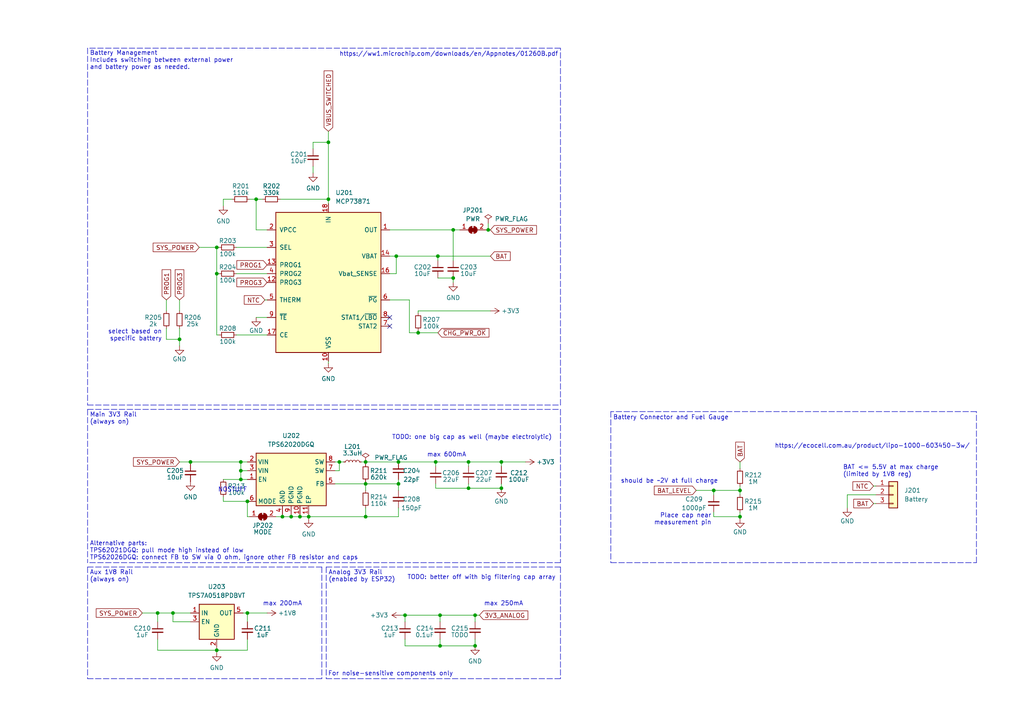
<source format=kicad_sch>
(kicad_sch (version 20211123) (generator eeschema)
  (paper "A4")
  (title_block (date "2022-09-04") (rev "1"))
  (lib_symbols
    (symbol "Battery_Management:MCP73871" (pin_names (offset 1.016))
      (property "Reference" "U" (at -7.62 24.13 0))
      (property "Value" "MCP73871" (at -15.24 21.59 0))
      (symbol "MCP73871_0_1"
        (rectangle (start -15.24 20.32) (end 15.24 -20.32) (stroke (width 0.254)) (fill (type background)))
      )
      (symbol "MCP73871_1_1"
        (pin power_out line (at 17.78 15.24 180) (length 2.54) (name "OUT") (number "1"))
        (pin power_in line (at 0 -22.86 90) (length 2.54) (name "VSS") (number "10"))
        (pin passive line (at 0 -22.86 90) (length 2.54) hide (name "VSS") (number "11"))
        (pin bidirectional line (at -17.78 0 0) (length 2.54) (name "PROG3") (number "12"))
        (pin bidirectional line (at -17.78 5.08 0) (length 2.54) (name "PROG1") (number "13"))
        (pin power_out line (at 17.78 7.62 180) (length 2.54) (name "VBAT") (number "14"))
        (pin passive line (at 17.78 7.62 180) (length 2.54) hide (name "VBAT") (number "15"))
        (pin input line (at 17.78 2.54 180) (length 2.54) (name "Vbat_SENSE") (number "16"))
        (pin input line (at -17.78 -15.24 0) (length 2.54) (name "CE") (number "17"))
        (pin power_in line (at 0 22.86 270) (length 2.54) (name "IN") (number "18"))
        (pin passive line (at 0 22.86 270) (length 2.54) hide (name "IN") (number "19"))
        (pin input line (at -17.78 15.24 0) (length 2.54) (name "VPCC") (number "2"))
        (pin passive line (at 17.78 15.24 180) (length 2.54) hide (name "OUT") (number "20"))
        (pin passive line (at 0 -22.86 90) (length 2.54) hide (name "VSS") (number "21"))
        (pin input line (at -17.78 10.16 0) (length 2.54) (name "SEL") (number "3"))
        (pin input line (at -17.78 2.54 0) (length 2.54) (name "PROG2") (number "4"))
        (pin bidirectional line (at -17.78 -5.08 0) (length 2.54) (name "THERM") (number "5"))
        (pin open_collector line (at 17.78 -5.08 180) (length 2.54) (name "~{PG}") (number "6"))
        (pin open_collector line (at 17.78 -12.7 180) (length 2.54) (name "STAT2") (number "7"))
        (pin open_collector line (at 17.78 -10.16 180) (length 2.54) (name "STAT1/~{LBO}") (number "8"))
        (pin input line (at -17.78 -10.16 0) (length 2.54) (name "~{TE}") (number "9"))
      )
    )
    (symbol "Connector_Generic:Conn_01x03" (pin_names (offset 1.016) hide)
      (property "Reference" "J" (at 0 5.08 0))
      (property "Value" "Conn_01x03" (at 0 -5.08 0))
      (symbol "Conn_01x03_1_1"
        (rectangle (start -1.27 -2.413) (end 0 -2.667) (stroke (width 0.1524)))
        (rectangle (start -1.27 0.127) (end 0 -0.127) (stroke (width 0.1524)))
        (rectangle (start -1.27 2.667) (end 0 2.413) (stroke (width 0.1524)))
        (rectangle (start -1.27 3.81) (end 1.27 -3.81) (stroke (width 0.254)) (fill (type background)))
        (pin passive line (at -5.08 2.54 0) (length 3.81) (name "Pin_1") (number "1"))
        (pin passive line (at -5.08 0 0) (length 3.81) (name "Pin_2") (number "2"))
        (pin passive line (at -5.08 -2.54 0) (length 3.81) (name "Pin_3") (number "3"))
      )
    )
    (symbol "Device:C_Small" (pin_numbers hide) (pin_names (offset 0.254) hide)
      (property "Reference" "C" (at 0.254 1.778 0))
      (property "Value" "C_Small" (at 0.254 -2.032 0))
      (symbol "C_Small_0_1"
        (polyline (pts (xy -1.524 -0.508) (xy 1.524 -0.508)) (stroke (width 0.3302)))
        (polyline (pts (xy -1.524 0.508) (xy 1.524 0.508)) (stroke (width 0.3048)))
      )
      (symbol "C_Small_1_1"
        (pin passive line (at 0 2.54 270) (length 2.032) (name "~") (number "1"))
        (pin passive line (at 0 -2.54 90) (length 2.032) (name "~") (number "2"))
      )
    )
    (symbol "Device:L_Small" (pin_numbers hide) (pin_names (offset 0.254) hide)
      (property "Reference" "L" (at 0.762 1.016 0))
      (property "Value" "L_Small" (at 0.762 -1.016 0))
      (symbol "L_Small_0_1"
        (arc (start 0 -2.032) (mid 0.508 -1.524) (end 0 -1.016))
        (arc (start 0 -1.016) (mid 0.508 -0.508) (end 0 0))
        (arc (start 0 0) (mid 0.508 0.508) (end 0 1.016))
        (arc (start 0 1.016) (mid 0.508 1.524) (end 0 2.032))
      )
      (symbol "L_Small_1_1"
        (pin passive line (at 0 2.54 270) (length 0.508) (name "~") (number "1"))
        (pin passive line (at 0 -2.54 90) (length 0.508) (name "~") (number "2"))
      )
    )
    (symbol "Device:R_Small" (pin_numbers hide) (pin_names (offset 0.254) hide)
      (property "Reference" "R" (at 0.762 0.508 0))
      (property "Value" "R_Small" (at 0.762 -1.016 0))
      (symbol "R_Small_0_1"
        (rectangle (start -0.762 1.778) (end 0.762 -1.778) (stroke (width 0.2032)))
      )
      (symbol "R_Small_1_1"
        (pin passive line (at 0 2.54 270) (length 0.762) (name "~") (number "1"))
        (pin passive line (at 0 -2.54 90) (length 0.762) (name "~") (number "2"))
      )
    )
    (symbol "Jumper:SolderJumper_2_Bridged" (pin_names (offset 0) hide)
      (property "Reference" "JP" (at 0 2.032 0))
      (property "Value" "SolderJumper_2_Bridged" (at 0 -2.54 0))
      (symbol "SolderJumper_2_Bridged_0_1"
        (rectangle (start -0.508 0.508) (end 0.508 -0.508) (fill (type outline)))
        (arc (start -0.254 1.016) (mid -1.27 0) (end -0.254 -1.016))
        (arc (start -0.254 1.016) (mid -1.27 0) (end -0.254 -1.016) (fill (type outline)))
        (polyline (pts (xy -0.254 1.016) (xy -0.254 -1.016)))
        (polyline (pts (xy 0.254 1.016) (xy 0.254 -1.016)))
        (arc (start 0.254 -1.016) (mid 1.27 0) (end 0.254 1.016))
        (arc (start 0.254 -1.016) (mid 1.27 0) (end 0.254 1.016) (fill (type outline)))
      )
      (symbol "SolderJumper_2_Bridged_1_1"
        (pin passive line (at -3.81 0 0) (length 2.54) (name "A") (number "1"))
        (pin passive line (at 3.81 0 180) (length 2.54) (name "B") (number "2"))
      )
    )
    (symbol "Regulator_Linear:TPS7A0518PDBV"
      (property "Reference" "U" (at -3.81 6.35 0))
      (property "Value" "TPS7A0518PDBV" (at 6.35 6.35 0))
      (symbol "TPS7A0518PDBV_0_1"
        (rectangle (start -5.08 -5.08) (end 5.08 5.08) (stroke (width 0.254)) (fill (type background)))
        (pin power_in line (at -7.62 2.54 0) (length 2.54) (name "IN") (number "1"))
        (pin power_in line (at 0 -7.62 90) (length 2.54) (name "GND") (number "2"))
        (pin input line (at -7.62 0 0) (length 2.54) (name "EN") (number "3"))
        (pin no_connect line (at 5.08 0 180) (length 2.54) hide (name "NC") (number "4"))
        (pin power_out line (at 7.62 2.54 180) (length 2.54) (name "OUT") (number "5"))
      )
    )
    (symbol "power:+1V8" (power) (pin_names (offset 0))
      (property "Value" "+1V8" (at 0 3.556 0))
      (symbol "+1V8_0_1"
        (polyline (pts (xy -0.762 1.27) (xy 0 2.54)))
        (polyline (pts (xy 0 0) (xy 0 2.54)))
        (polyline (pts (xy 0 2.54) (xy 0.762 1.27)))
      )
      (symbol "+1V8_1_1"
        (pin power_in line (at 0 0 90) (length 0) hide (name "+1V8") (number "1"))
      )
    )
    (symbol "power:+3V3" (power) (pin_names (offset 0))
      (property "Value" "+3V3" (at 0 3.556 0))
      (symbol "+3V3_0_1"
        (polyline (pts (xy -0.762 1.27) (xy 0 2.54)))
        (polyline (pts (xy 0 0) (xy 0 2.54)))
        (polyline (pts (xy 0 2.54) (xy 0.762 1.27)))
      )
      (symbol "+3V3_1_1"
        (pin power_in line (at 0 0 90) (length 0) hide (name "+3V3") (number "1"))
      )
    )
    (symbol "power:GND" (power) (pin_names (offset 0))
      (property "Value" "GND" (at 0 -3.81 0))
      (symbol "GND_0_1"
        (polyline (pts (xy 0 0) (xy 0 -1.27) (xy 1.27 -1.27) (xy 0 -2.54) (xy -1.27 -1.27) (xy 0 -1.27)))
      )
      (symbol "GND_1_1"
        (pin power_in line (at 0 0 270) (length 0) hide (name "GND") (number "1"))
      )
    )
    (symbol "power:PWR_FLAG" (power) (pin_numbers hide) (pin_names (offset 0) hide)
      (property "Value" "PWR_FLAG" (at 0 3.81 0))
      (symbol "PWR_FLAG_0_0"
        (pin power_out line (at 0 0 90) (length 0) (name "pwr") (number "1"))
      )
      (symbol "PWR_FLAG_0_1"
        (polyline (pts (xy 0 0) (xy 0 1.27) (xy -1.016 1.905) (xy 0 2.54) (xy 1.016 1.905) (xy 0 1.27)))
      )
    )
    (symbol "symbols:TPS62026"
      (property "Reference" "U" (at 0 3.81 0))
      (property "Value" "TPS62026" (at 0 6.35 0))
      (symbol "TPS62026_0_0"
        (pin power_in line (at 2.54 -10.16 90) (length 2.54) (name "PGND") (number "10"))
        (pin power_in line (at 5.08 -10.16 90) (length 2.54) (name "EP") (number "11"))
      )
      (symbol "TPS62026_1_1"
        (rectangle (start -10.16 7.62) (end 10.16 -7.62) (stroke (width 0.254)) (fill (type background)))
        (pin input line (at -12.7 0 0) (length 2.54) (name "EN") (number "1"))
        (pin power_in line (at -12.7 5.08 0) (length 2.54) (name "VIN") (number "2"))
        (pin input line (at -12.7 2.54 0) (length 2.54) (name "VIN") (number "3"))
        (pin input line (at -2.54 -10.16 90) (length 2.54) (name "GND") (number "4"))
        (pin open_collector line (at 12.7 -1.27 180) (length 2.54) (name "FB") (number "5"))
        (pin open_collector line (at -12.7 -6.35 0) (length 2.54) (name "MODE") (number "6"))
        (pin power_out line (at 12.7 2.54 180) (length 2.54) (name "SW") (number "7"))
        (pin power_in line (at 12.7 5.08 180) (length 2.54) (name "SW") (number "8"))
        (pin power_in line (at 0 -10.16 90) (length 2.54) (name "PGND") (number "9"))
      )
    )
  )
  (junction (at 106.045 149.86))
  (junction (at 214.63 142.24))
  (junction (at 135.89 141.605))
  (junction (at 89.535 149.86))
  (junction (at 84.455 149.86))
  (junction (at 145.415 133.985))
  (junction (at 145.415 141.605))
  (junction (at 114.935 74.295))
  (junction (at 121.285 96.52))
  (junction (at 135.89 133.985))
  (junction (at 50.165 177.8))
  (junction (at 106.045 140.335))
  (junction (at 98.425 133.985))
  (junction (at 69.85 139.065))
  (junction (at 69.85 133.985))
  (junction (at 115.57 140.335))
  (junction (at 214.63 149.86))
  (junction (at 69.85 136.525))
  (junction (at 207.01 142.24))
  (junction (at 126.365 133.985))
  (junction (at 62.865 79.375))
  (junction (at 55.245 133.985))
  (junction (at 141.605 66.675))
  (junction (at 71.755 145.415))
  (junction (at 127 74.295))
  (junction (at 95.25 41.275))
  (junction (at 137.795 178.435))
  (junction (at 86.995 149.86))
  (junction (at 95.25 57.785))
  (junction (at 127.635 187.325))
  (junction (at 127.635 178.435))
  (junction (at 117.475 178.435))
  (junction (at 62.865 71.755))
  (junction (at 45.72 177.8))
  (junction (at 81.915 149.86))
  (junction (at 74.295 57.785))
  (junction (at 115.57 133.985))
  (junction (at 62.865 188.595))
  (junction (at 131.445 66.675))
  (junction (at 137.795 187.325))
  (junction (at 71.755 177.8))
  (junction (at 131.445 80.645))
  (junction (at 106.045 133.985))
  (junction (at 52.07 98.425))
  (no_connect (at 113.03 92.075))
  (no_connect (at 113.03 94.615))
  (polyline (pts (xy 162.56 13.97) (xy 25.4 13.97)))
  (wire (pts (xy 126.365 135.255) (xy 126.365 133.985)))
  (wire (pts (xy 115.57 147.32) (xy 115.57 149.86)))
  (wire (pts (xy 207.01 143.51) (xy 207.01 142.24)))
  (wire (pts (xy 131.445 75.565) (xy 131.445 66.675)))
  (polyline (pts (xy 25.4 164.465) (xy 25.4 196.85)))
  (wire (pts (xy 140.97 66.675) (xy 141.605 66.675)))
  (wire (pts (xy 67.31 57.785) (xy 64.77 57.785)))
  (wire (pts (xy 126.365 133.985) (xy 135.89 133.985)))
  (wire (pts (xy 55.245 180.34) (xy 50.165 180.34)))
  (polyline (pts (xy 25.4 118.745) (xy 25.4 163.195)))
  (wire (pts (xy 135.89 140.335) (xy 135.89 141.605)))
  (wire (pts (xy 64.77 145.415) (xy 71.755 145.415)))
  (wire (pts (xy 55.245 133.985) (xy 69.85 133.985)))
  (wire (pts (xy 81.28 57.785) (xy 95.25 57.785)))
  (polyline (pts (xy 162.56 118.745) (xy 162.56 163.195)))
  (wire (pts (xy 86.995 149.86) (xy 89.535 149.86)))
  (wire (pts (xy 201.93 142.24) (xy 207.01 142.24)))
  (wire (pts (xy 118.745 96.52) (xy 121.285 96.52)))
  (wire (pts (xy 214.63 133.985) (xy 214.63 135.89)))
  (wire (pts (xy 74.295 66.675) (xy 74.295 57.785)))
  (wire (pts (xy 117.475 178.435) (xy 127.635 178.435)))
  (wire (pts (xy 106.045 149.86) (xy 89.535 149.86)))
  (wire (pts (xy 137.795 178.435) (xy 139.065 178.435)))
  (wire (pts (xy 52.07 98.425) (xy 52.07 100.33)))
  (wire (pts (xy 62.865 71.755) (xy 63.5 71.755)))
  (wire (pts (xy 62.865 97.155) (xy 62.865 79.375)))
  (wire (pts (xy 77.47 66.675) (xy 74.295 66.675)))
  (wire (pts (xy 127.635 185.42) (xy 127.635 187.325)))
  (wire (pts (xy 77.47 177.8) (xy 71.755 177.8)))
  (wire (pts (xy 71.755 139.065) (xy 69.85 139.065)))
  (wire (pts (xy 117.475 187.325) (xy 127.635 187.325)))
  (polyline (pts (xy 94.615 164.465) (xy 162.56 164.465)))
  (wire (pts (xy 135.89 133.985) (xy 145.415 133.985)))
  (wire (pts (xy 52.07 95.25) (xy 52.07 98.425)))
  (wire (pts (xy 69.85 133.985) (xy 71.755 133.985)))
  (wire (pts (xy 253.365 140.97) (xy 254 140.97)))
  (wire (pts (xy 254 143.51) (xy 245.745 143.51)))
  (wire (pts (xy 71.755 149.86) (xy 72.39 149.86)))
  (wire (pts (xy 71.755 185.42) (xy 71.755 188.595)))
  (wire (pts (xy 62.865 189.23) (xy 62.865 188.595)))
  (wire (pts (xy 106.045 133.985) (xy 115.57 133.985)))
  (wire (pts (xy 114.935 74.295) (xy 127 74.295)))
  (wire (pts (xy 55.245 133.985) (xy 55.245 134.62)))
  (wire (pts (xy 77.47 97.155) (xy 68.58 97.155)))
  (wire (pts (xy 115.57 139.065) (xy 115.57 140.335)))
  (wire (pts (xy 214.63 150.495) (xy 214.63 149.86)))
  (wire (pts (xy 74.295 92.075) (xy 77.47 92.075)))
  (wire (pts (xy 214.63 149.86) (xy 214.63 148.59)))
  (wire (pts (xy 135.89 133.985) (xy 135.89 135.255)))
  (wire (pts (xy 141.605 64.77) (xy 141.605 66.675)))
  (polyline (pts (xy 25.4 117.475) (xy 162.56 117.475)))
  (polyline (pts (xy 94.615 164.465) (xy 94.615 196.85)))
  (wire (pts (xy 106.045 134.62) (xy 106.045 133.985)))
  (wire (pts (xy 95.25 105.41) (xy 95.25 104.775)))
  (wire (pts (xy 127 74.295) (xy 127 75.565)))
  (polyline (pts (xy 283.21 163.195) (xy 283.21 119.38)))
  (wire (pts (xy 57.785 71.755) (xy 62.865 71.755)))
  (polyline (pts (xy 177.165 163.195) (xy 283.21 163.195)))
  (wire (pts (xy 115.57 140.335) (xy 106.045 140.335)))
  (polyline (pts (xy 25.4 13.97) (xy 25.4 117.475)))
  (wire (pts (xy 81.915 149.86) (xy 84.455 149.86)))
  (wire (pts (xy 117.475 180.34) (xy 117.475 178.435)))
  (wire (pts (xy 76.835 86.995) (xy 77.47 86.995)))
  (wire (pts (xy 64.77 139.065) (xy 69.85 139.065)))
  (wire (pts (xy 86.995 149.225) (xy 86.995 149.86)))
  (wire (pts (xy 131.445 66.675) (xy 133.35 66.675)))
  (wire (pts (xy 89.535 149.86) (xy 89.535 150.495)))
  (wire (pts (xy 50.165 177.8) (xy 55.245 177.8)))
  (wire (pts (xy 71.755 145.415) (xy 71.755 149.86)))
  (wire (pts (xy 69.85 136.525) (xy 69.85 139.065)))
  (wire (pts (xy 50.165 180.34) (xy 50.165 177.8)))
  (wire (pts (xy 121.285 96.52) (xy 127 96.52)))
  (polyline (pts (xy 93.345 164.465) (xy 93.345 196.85)))
  (wire (pts (xy 131.445 81.915) (xy 131.445 80.645)))
  (wire (pts (xy 116.205 178.435) (xy 117.475 178.435)))
  (wire (pts (xy 64.77 57.785) (xy 64.77 59.69)))
  (wire (pts (xy 95.25 41.275) (xy 95.25 57.785)))
  (wire (pts (xy 106.045 147.32) (xy 106.045 149.86)))
  (wire (pts (xy 113.03 86.995) (xy 118.745 86.995)))
  (wire (pts (xy 98.425 133.985) (xy 97.155 133.985)))
  (wire (pts (xy 71.755 188.595) (xy 62.865 188.595)))
  (wire (pts (xy 90.805 43.18) (xy 90.805 41.275)))
  (wire (pts (xy 98.425 136.525) (xy 98.425 133.985)))
  (wire (pts (xy 114.935 79.375) (xy 114.935 74.295)))
  (wire (pts (xy 118.745 86.995) (xy 118.745 96.52)))
  (wire (pts (xy 80.01 149.86) (xy 81.915 149.86)))
  (polyline (pts (xy 162.56 163.195) (xy 25.4 163.195)))
  (wire (pts (xy 52.07 86.995) (xy 52.07 90.17)))
  (wire (pts (xy 245.745 143.51) (xy 245.745 147.32)))
  (wire (pts (xy 126.365 141.605) (xy 126.365 140.335)))
  (wire (pts (xy 68.58 79.375) (xy 77.47 79.375)))
  (wire (pts (xy 41.275 177.8) (xy 45.72 177.8)))
  (wire (pts (xy 126.365 141.605) (xy 135.89 141.605)))
  (polyline (pts (xy 177.165 119.38) (xy 177.165 163.195)))
  (wire (pts (xy 45.72 177.8) (xy 50.165 177.8)))
  (wire (pts (xy 207.01 149.86) (xy 214.63 149.86)))
  (wire (pts (xy 99.695 133.985) (xy 98.425 133.985)))
  (polyline (pts (xy 162.56 164.465) (xy 162.56 196.85)))
  (wire (pts (xy 95.25 57.785) (xy 95.25 59.055)))
  (wire (pts (xy 64.77 145.415) (xy 64.77 144.145)))
  (wire (pts (xy 84.455 149.86) (xy 86.995 149.86)))
  (wire (pts (xy 214.63 142.24) (xy 214.63 140.97)))
  (wire (pts (xy 127.635 178.435) (xy 127.635 180.34)))
  (wire (pts (xy 71.755 136.525) (xy 69.85 136.525)))
  (wire (pts (xy 45.72 180.34) (xy 45.72 177.8)))
  (wire (pts (xy 145.415 133.985) (xy 152.4 133.985)))
  (wire (pts (xy 127.635 178.435) (xy 137.795 178.435)))
  (wire (pts (xy 45.72 185.42) (xy 45.72 188.595)))
  (wire (pts (xy 113.03 79.375) (xy 114.935 79.375)))
  (wire (pts (xy 48.26 95.25) (xy 48.26 98.425)))
  (wire (pts (xy 90.805 41.275) (xy 95.25 41.275)))
  (wire (pts (xy 74.295 57.785) (xy 76.2 57.785)))
  (wire (pts (xy 214.63 143.51) (xy 214.63 142.24)))
  (polyline (pts (xy 162.56 196.85) (xy 94.615 196.85)))
  (polyline (pts (xy 162.56 117.475) (xy 162.56 13.97)))
  (wire (pts (xy 90.805 48.26) (xy 90.805 50.165)))
  (polyline (pts (xy 283.21 119.38) (xy 177.165 119.38)))
  (wire (pts (xy 127.635 187.325) (xy 137.795 187.325)))
  (wire (pts (xy 71.755 180.34) (xy 71.755 177.8)))
  (wire (pts (xy 127 74.295) (xy 142.24 74.295)))
  (wire (pts (xy 89.535 149.225) (xy 89.535 149.86)))
  (wire (pts (xy 84.455 149.225) (xy 84.455 149.86)))
  (polyline (pts (xy 93.345 196.85) (xy 25.4 196.85)))
  (wire (pts (xy 97.155 140.335) (xy 106.045 140.335)))
  (wire (pts (xy 115.57 133.985) (xy 126.365 133.985)))
  (wire (pts (xy 106.045 140.335) (xy 106.045 142.24)))
  (wire (pts (xy 253.365 146.05) (xy 254 146.05)))
  (wire (pts (xy 81.915 149.225) (xy 81.915 149.86)))
  (wire (pts (xy 63.5 79.375) (xy 62.865 79.375)))
  (wire (pts (xy 115.57 140.335) (xy 115.57 142.24)))
  (wire (pts (xy 113.03 66.675) (xy 131.445 66.675)))
  (wire (pts (xy 48.26 98.425) (xy 52.07 98.425)))
  (wire (pts (xy 106.045 133.985) (xy 104.775 133.985)))
  (wire (pts (xy 45.72 188.595) (xy 62.865 188.595)))
  (polyline (pts (xy 25.4 164.465) (xy 93.345 164.465)))
  (wire (pts (xy 106.045 140.335) (xy 106.045 139.7)))
  (wire (pts (xy 69.85 136.525) (xy 69.85 133.985)))
  (wire (pts (xy 145.415 140.335) (xy 145.415 141.605)))
  (wire (pts (xy 63.5 97.155) (xy 62.865 97.155)))
  (wire (pts (xy 137.795 178.435) (xy 137.795 180.34)))
  (wire (pts (xy 115.57 149.86) (xy 106.045 149.86)))
  (wire (pts (xy 121.285 90.17) (xy 142.24 90.17)))
  (wire (pts (xy 121.285 95.885) (xy 121.285 96.52)))
  (wire (pts (xy 127 80.645) (xy 131.445 80.645)))
  (wire (pts (xy 62.865 188.595) (xy 62.865 187.96)))
  (wire (pts (xy 141.605 66.675) (xy 142.24 66.675)))
  (wire (pts (xy 97.155 136.525) (xy 98.425 136.525)))
  (wire (pts (xy 68.58 71.755) (xy 77.47 71.755)))
  (wire (pts (xy 95.25 38.1) (xy 95.25 41.275)))
  (wire (pts (xy 207.01 148.59) (xy 207.01 149.86)))
  (polyline (pts (xy 25.4 118.745) (xy 162.56 118.745)))
  (wire (pts (xy 48.26 86.995) (xy 48.26 90.17)))
  (wire (pts (xy 72.39 57.785) (xy 74.295 57.785)))
  (wire (pts (xy 117.475 185.42) (xy 117.475 187.325)))
  (wire (pts (xy 145.415 133.985) (xy 145.415 135.255)))
  (wire (pts (xy 207.01 142.24) (xy 214.63 142.24)))
  (wire (pts (xy 135.89 141.605) (xy 145.415 141.605)))
  (wire (pts (xy 62.865 71.755) (xy 62.865 79.375)))
  (wire (pts (xy 137.795 185.42) (xy 137.795 187.325)))
  (wire (pts (xy 71.755 177.8) (xy 70.485 177.8)))
  (wire (pts (xy 113.03 74.295) (xy 114.935 74.295)))
  (wire (pts (xy 121.285 90.17) (xy 121.285 90.805)))
  (wire (pts (xy 52.07 133.985) (xy 55.245 133.985)))
  (text "Place cap near\nmeasurement pin" (at 206.375 152.4 180) (effects (font (size 1.27 1.27)) (justify right bottom)))
  (text "TODO: one big cap as well (maybe electrolytic)" (at 113.665 127.635 0) (effects (font (size 1.27 1.27)) (justify left bottom)))
  (text "https://ecocell.com.au/product/lipo-1000-603450-3w/" (at 281.305 130.175 0) (effects (font (size 1.27 1.27)) (justify right bottom)))
  (text "Aux 1V8 Rail\n(always on)" (at 26.035 168.91 0) (effects (font (size 1.27 1.27)) (justify left bottom)))
  (text "max 600mA" (at 123.825 132.715 0) (effects (font (size 1.27 1.27)) (justify left bottom)))
  (text "https://ww1.microchip.com/downloads/en/Appnotes/01260B.pdf" (at 161.925 16.51 0) (effects (font (size 1.27 1.27)) (justify right bottom)))
  (text "TODO: better off with big filtering cap array" (at 118.11 168.275 0) (effects (font (size 1.27 1.27)) (justify left bottom)))
  (text "Battery Connector and Fuel Gauge" (at 177.8 121.92 0) (effects (font (size 1.27 1.27)) (justify left bottom)))
  (text "Main 3V3 Rail\n(always on)" (at 26.035 123.19 0) (effects (font (size 1.27 1.27)) (justify left bottom)))
  (text "max 250mA" (at 140.335 175.895 0) (effects (font (size 1.27 1.27)) (justify left bottom)))
  (text "should be ~2V at full charge" (at 208.28 140.335 180) (effects (font (size 1.27 1.27)) (justify right bottom)))
  (text "Battery Management\nIncludes switching between external power\nand battery power as needed." (at 26.035 20.32 0) (effects (font (size 1.27 1.27)) (justify left bottom)))
  (text "max 200mA" (at 76.2 175.895 0) (effects (font (size 1.27 1.27)) (justify left bottom)))
  (text "NOSTUFF" (at 71.755 142.875 180) (effects (font (size 1.27 1.27)) (justify right bottom)))
  (text "For noise-sensitive components only" (at 131.445 196.215 180) (effects (font (size 1.27 1.27)) (justify right bottom)))
  (text "select based on\nspecific battery" (at 46.99 99.06 180) (effects (font (size 1.27 1.27)) (justify right bottom)))
  (text "Analog 3V3 Rail\n(enabled by ESP32)" (at 95.25 168.91 0) (effects (font (size 1.27 1.27)) (justify left bottom)))
  (text "Alternative parts:\nTPS62021DGQ: pull mode high instead of low\nTPS62026DGQ: connect FB to SW via 0 ohm, ignore other FB resistor and caps" (at 26.035 162.56 0) (effects (font (size 1.27 1.27)) (justify left bottom)))
  (text "BAT <= 5.5V at max charge\n(limited by 1V8 reg)" (at 244.475 138.43 0) (effects (font (size 1.27 1.27)) (justify left bottom)))
  (global_label "~{CHG_PWR_OK}" (shape input) (at 127 96.52 0) (property "Intersheet References" "${INTERSHEET_REFS}" (effects hide)))
  (global_label "BAT" (shape input) (at 253.365 146.05 180) (property "Intersheet References" "${INTERSHEET_REFS}" (effects hide)))
  (global_label "PROG3" (shape input) (at 52.07 86.995 90) (property "Intersheet References" "${INTERSHEET_REFS}" (effects hide)))
  (global_label "SYS_POWER" (shape input) (at 142.24 66.675 0) (property "Intersheet References" "${INTERSHEET_REFS}" (effects hide)))
  (global_label "PROG3" (shape input) (at 77.47 81.915 180) (property "Intersheet References" "${INTERSHEET_REFS}" (effects hide)))
  (global_label "PROG1" (shape input) (at 48.26 86.995 90) (property "Intersheet References" "${INTERSHEET_REFS}" (effects hide)))
  (global_label "SYS_POWER" (shape input) (at 52.07 133.985 180) (property "Intersheet References" "${INTERSHEET_REFS}" (effects hide)))
  (global_label "NTC" (shape input) (at 76.835 86.995 180) (property "Intersheet References" "${INTERSHEET_REFS}" (effects hide)))
  (global_label "BAT" (shape input) (at 214.63 133.985 90) (property "Intersheet References" "${INTERSHEET_REFS}" (effects hide)))
  (global_label "3V3_ANALOG" (shape input) (at 139.065 178.435 0) (property "Intersheet References" "${INTERSHEET_REFS}" (effects hide)))
  (global_label "VBUS_SWITCHED" (shape input) (at 95.25 38.1 90) (property "Intersheet References" "${INTERSHEET_REFS}" (effects hide)))
  (global_label "SYS_POWER" (shape input) (at 41.275 177.8 180) (property "Intersheet References" "${INTERSHEET_REFS}" (effects hide)))
  (global_label "SYS_POWER" (shape input) (at 57.785 71.755 180) (property "Intersheet References" "${INTERSHEET_REFS}" (effects hide)))
  (global_label "BAT" (shape input) (at 142.24 74.295 0) (property "Intersheet References" "${INTERSHEET_REFS}" (effects hide)))
  (global_label "PROG1" (shape input) (at 77.47 76.835 180) (property "Intersheet References" "${INTERSHEET_REFS}" (effects hide)))
  (global_label "BAT_LEVEL" (shape input) (at 201.93 142.24 180) (property "Intersheet References" "${INTERSHEET_REFS}" (effects hide)))
  (global_label "NTC" (shape input) (at 253.365 140.97 180) (property "Intersheet References" "${INTERSHEET_REFS}" (effects hide)))
  (symbol (lib_id "Device:R_Small") (at 66.04 71.755 90) (unit 1)
    (property "Reference" "R203" (at 66.04 69.85 90))
    (property "Value" "100k" (at 66.04 73.66 90))
    (property "Footprint" "Resistor_SMD:R_0603_1608Metric" (effects hide))
    (property "PN" "RC0603JR-10100KL" (effects hide))
  )
  (symbol (lib_id "Device:C_Small") (at 45.72 182.88 0) (unit 1)
    (property "Reference" "C210" (at 41.275 182.245 0))
    (property "Value" "1uF" (at 41.275 184.15 0))
    (property "Footprint" "Capacitor_SMD:C_0805_2012Metric" (effects hide))
    (property "PN" "EMK212BJ105KG-T" (effects hide))
  )
  (symbol (lib_id "Device:R_Small") (at 214.63 146.05 0) (unit 1)
    (property "Reference" "R215" (at 218.44 145.415 0))
    (property "Value" "1M" (at 218.44 147.32 0))
    (property "Footprint" "Resistor_SMD:R_0603_1608Metric" (effects hide))
    (property "PN" "AC0603FR-131ML" (effects hide))
  )
  (symbol (lib_id "Device:C_Small") (at 126.365 137.795 0) (unit 1)
    (property "Reference" "C206" (at 130.81 137.16 0))
    (property "Value" "22uF" (at 130.81 139.065 0))
    (property "Footprint" "Capacitor_SMD:C_1206_3216Metric" (effects hide))
    (property "PN" "CL31A226MOCLNNC" (effects hide))
  )
  (symbol (lib_id "power:+3V3") (at 152.4 133.985 270) (unit 1)
    (property "Reference" "#PWR0207" (effects hide))
    (property "Value" "+3V3" (at 155.575 133.9849 90) (effects (justify left)))
  )
  (symbol (lib_id "Regulator_Linear:TPS7A0518PDBV") (at 62.865 180.34 0) (unit 1)
    (property "Reference" "U203" (at 62.865 170.18 0))
    (property "Value" "TPS7A0518PDBVT" (at 62.865 172.72 0))
    (property "Footprint" "Package_TO_SOT_SMD:SOT-23-5" (effects hide))
    (property "Datasheet" "https://www.ti.com/lit/ds/symlink/tps7a05.pdf" (effects hide))
    (property "PN" "TPS7A0518PDBVT" (effects hide))
  )
  (symbol (lib_id "Device:C_Small") (at 55.245 137.16 0) (unit 1)
    (property "Reference" "C205" (at 50.8 136.525 0))
    (property "Value" "10uF" (at 50.8 138.43 0))
    (property "Footprint" "Capacitor_SMD:C_0805_2012Metric" (effects hide))
    (property "PN" "EMK212ABJ106KG-T" (effects hide))
  )
  (symbol (lib_id "Device:R_Small") (at 66.04 97.155 90) (unit 1)
    (property "Reference" "R208" (at 66.04 95.25 90))
    (property "Value" "100k" (at 66.04 99.06 90))
    (property "Footprint" "Resistor_SMD:R_0603_1608Metric" (effects hide))
    (property "PN" "RC0603JR-10100KL" (effects hide))
  )
  (symbol (lib_id "Device:C_Small") (at 137.795 182.88 0) (unit 1)
    (property "Reference" "C215" (at 133.35 182.245 0))
    (property "Value" "TODO" (at 133.35 184.15 0))
    (property "Footprint" "Capacitor_SMD:C_0805_2012Metric" (effects hide))
  )
  (symbol (lib_id "Device:C_Small") (at 71.755 182.88 0) (mirror y) (unit 1)
    (property "Reference" "C211" (at 76.2 182.245 0))
    (property "Value" "1uF" (at 76.2 184.15 0))
    (property "Footprint" "Capacitor_SMD:C_0805_2012Metric" (effects hide))
    (property "PN" "EMK212BJ105KG-T" (effects hide))
  )
  (symbol (lib_id "power:GND") (at 62.865 189.23 0) (unit 1)
    (property "Reference" "#PWR0216" (effects hide))
    (property "Value" "GND" (at 62.865 193.675 0))
  )
  (symbol (lib_id "Device:R_Small") (at 121.285 93.345 0) (unit 1)
    (property "Reference" "R207" (at 125.095 92.71 0))
    (property "Value" "100k" (at 125.095 94.615 0))
    (property "Footprint" "Resistor_SMD:R_0603_1608Metric" (effects hide))
    (property "PN" "RC0603JR-10100KL" (effects hide))
  )
  (symbol (lib_id "power:PWR_FLAG") (at 106.045 133.985 0) (unit 1)
    (property "Reference" "#FLG0102" (effects hide))
    (property "Value" "PWR_FLAG" (at 108.585 132.7149 0) (effects (justify left)))
  )
  (symbol (lib_id "power:GND") (at 89.535 150.495 0) (unit 1)
    (property "Reference" "#PWR0212" (effects hide))
    (property "Value" "GND" (at 89.535 154.94 0))
  )
  (symbol (lib_id "Device:R_Small") (at 64.77 141.605 0) (unit 1) (in_bom no)
    (property "Reference" "R213" (at 68.58 140.97 0))
    (property "Value" "100k" (at 68.58 142.875 0))
    (property "Footprint" "Resistor_SMD:R_0603_1608Metric" (effects hide))
    (property "PN" "RC0603JR-10100KL" (effects hide))
  )
  (symbol (lib_id "power:GND") (at 245.745 147.32 0) (unit 1)
    (property "Reference" "#PWR0211" (effects hide))
    (property "Value" "GND" (at 245.745 151.13 0))
  )
  (symbol (lib_id "Device:C_Small") (at 127 78.105 0) (unit 1)
    (property "Reference" "C202" (at 122.555 77.47 0))
    (property "Value" "10uF" (at 122.555 79.375 0))
    (property "Footprint" "Capacitor_SMD:C_0805_2012Metric" (effects hide))
    (property "PN" "EMK212ABJ106KG-T" (effects hide))
  )
  (symbol (lib_id "Battery_Management:MCP73871") (at 95.25 81.915 0) (unit 1)
    (property "Reference" "U201" (at 97.2694 55.88 0) (effects (justify left)))
    (property "Value" "MCP73871" (at 97.2694 58.42 0) (effects (justify left)))
    (property "Footprint" "Package_DFN_QFN:QFN-20-1EP_4x4mm_P0.5mm_EP2.5x2.5mm" (effects hide))
    (property "Datasheet" "http://www.mouser.com/ds/2/268/22090a-52174.pdf" (effects hide))
    (property "PN" "MCP73871" (effects hide))
  )
  (symbol (lib_id "power:GND") (at 74.295 92.075 0) (unit 1)
    (property "Reference" "#PWR0204" (effects hide))
    (property "Value" "GND" (at 74.295 95.885 0))
  )
  (symbol (lib_id "Device:R_Small") (at 214.63 138.43 0) (unit 1)
    (property "Reference" "R212" (at 218.44 137.795 0))
    (property "Value" "1M" (at 218.44 139.7 0))
    (property "Footprint" "Resistor_SMD:R_0603_1608Metric" (effects hide))
    (property "PN" "AC0603FR-131ML" (effects hide))
  )
  (symbol (lib_id "Device:C_Small") (at 207.01 146.05 180) (unit 1)
    (property "Reference" "C209" (at 201.295 144.78 0))
    (property "Value" "1000pF" (at 201.295 147.32 0))
    (property "Footprint" "Capacitor_SMD:C_0805_2012Metric" (effects hide))
    (property "PN" "0805YD102KAT2A" (effects hide))
  )
  (symbol (lib_id "Device:C_Small") (at 115.57 136.525 180) (unit 1)
    (property "Reference" "C204" (at 119.38 136.525 0))
    (property "Value" "22pF" (at 119.38 139.065 0))
    (property "Footprint" "Capacitor_SMD:C_0805_2012Metric" (effects hide))
    (property "PN" "C0805C220J4HACTU" (effects hide))
  )
  (symbol (lib_id "Device:R_Small") (at 48.26 92.71 0) (mirror y) (unit 1)
    (property "Reference" "R205" (at 44.45 92.075 0))
    (property "Value" "2k" (at 44.45 93.98 0))
    (property "Footprint" "Resistor_SMD:R_0603_1608Metric" (effects hide))
    (property "PN" "AR0603JR-072KL" (effects hide))
  )
  (symbol (lib_id "Device:C_Small") (at 131.445 78.105 0) (unit 1)
    (property "Reference" "C203" (at 135.89 77.47 0))
    (property "Value" "10uF" (at 135.89 79.375 0))
    (property "Footprint" "Capacitor_SMD:C_0805_2012Metric" (effects hide))
    (property "PN" "EMK212ABJ106KG-T" (effects hide))
  )
  (symbol (lib_id "Device:C_Small") (at 145.415 137.795 0) (unit 1)
    (property "Reference" "C212" (at 150.495 137.16 0))
    (property "Value" "100uF" (at 150.495 139.065 0))
    (property "Footprint" "Capacitor_SMD:C_1206_3216Metric" (effects hide))
  )
  (symbol (lib_id "symbols:TPS62026") (at 84.455 139.065 0) (unit 1)
    (property "Reference" "U202" (at 84.455 126.365 0))
    (property "Value" "TPS62020DGQ" (at 84.455 128.905 0))
    (property "Footprint" "Package_SO:MSOP-10-1EP_3x3mm_P0.5mm_EP1.68x1.88mm_ThermalVias" (effects hide))
    (property "PN" "TPS62020DGQ" (effects hide))
  )
  (symbol (lib_id "Device:C_Small") (at 90.805 45.72 0) (unit 1)
    (property "Reference" "C201" (at 86.6775 44.7675 0))
    (property "Value" "10uF" (at 86.6775 46.6725 0))
    (property "Footprint" "Capacitor_SMD:C_0805_2012Metric" (effects hide))
    (property "PN" "EMK212ABJ106KG-T" (effects hide))
  )
  (symbol (lib_id "power:PWR_FLAG") (at 141.605 64.77 0) (unit 1)
    (property "Reference" "#FLG0201" (effects hide))
    (property "Value" "PWR_FLAG" (at 143.51 63.4999 0) (effects (justify left)))
  )
  (symbol (lib_id "Device:R_Small") (at 66.04 79.375 90) (unit 1)
    (property "Reference" "R204" (at 66.04 77.47 90))
    (property "Value" "100k" (at 66.04 81.28 90))
    (property "Footprint" "Resistor_SMD:R_0603_1608Metric" (effects hide))
    (property "PN" "RC0603JR-10100KL" (effects hide))
  )
  (symbol (lib_id "Device:R_Small") (at 69.85 57.785 90) (unit 1)
    (property "Reference" "R201" (at 69.85 53.975 90))
    (property "Value" "110k" (at 69.85 55.88 90))
    (property "Footprint" "Resistor_SMD:R_0603_1608Metric" (effects hide))
    (property "PN" "AC0603FR-07110KL" (effects hide))
  )
  (symbol (lib_id "Device:C_Small") (at 135.89 137.795 0) (unit 1)
    (property "Reference" "C207" (at 140.335 137.16 0))
    (property "Value" "22uF" (at 140.335 139.065 0))
    (property "Footprint" "Capacitor_SMD:C_1206_3216Metric" (effects hide))
    (property "PN" "CL31A226MOCLNNC" (effects hide))
  )
  (symbol (lib_id "Device:L_Small") (at 102.235 133.985 90) (unit 1)
    (property "Reference" "L201" (at 102.235 129.54 90))
    (property "Value" "3.3uH" (at 102.235 131.445 90))
    (property "Footprint" "Inductor_SMD:L_Wuerth_MAPI-3012" (effects hide))
    (property "PN" "NRH3012T3R3MN" (effects hide))
  )
  (symbol (lib_id "power:+1V8") (at 77.47 177.8 270) (unit 1)
    (property "Reference" "#PWR0214" (effects hide))
    (property "Value" "+1V8" (at 80.645 177.7999 90) (effects (justify left)))
  )
  (symbol (lib_id "power:GND") (at 52.07 100.33 0) (unit 1)
    (property "Reference" "#PWR0205" (effects hide))
    (property "Value" "GND" (at 52.07 104.14 0))
  )
  (symbol (lib_id "Device:C_Small") (at 127.635 182.88 0) (unit 1)
    (property "Reference" "C214" (at 123.19 182.245 0))
    (property "Value" "0.1uF" (at 123.19 184.15 0))
    (property "Footprint" "Capacitor_SMD:C_0805_2012Metric" (effects hide))
  )
  (symbol (lib_id "power:GND") (at 131.445 81.915 0) (unit 1)
    (property "Reference" "#PWR0203" (effects hide))
    (property "Value" "GND" (at 131.445 86.36 0))
  )
  (symbol (lib_id "Jumper:SolderJumper_2_Bridged") (at 76.2 149.86 0) (unit 1) (in_bom no)
    (property "Reference" "JP202" (at 76.2 152.4 0))
    (property "Value" "MODE" (at 76.2 154.305 0))
    (property "Footprint" "Jumper:SolderJumper-2_P1.3mm_Bridged_RoundedPad1.0x1.5mm" (effects hide))
  )
  (symbol (lib_id "power:+3V3") (at 116.205 178.435 90) (unit 1)
    (property "Reference" "#PWR0215" (effects hide))
    (property "Value" "+3V3" (at 107.315 178.435 90) (effects (justify right)))
  )
  (symbol (lib_id "Device:R_Small") (at 78.74 57.785 90) (unit 1)
    (property "Reference" "R202" (at 78.74 53.975 90))
    (property "Value" "330k" (at 78.74 55.88 90))
    (property "Footprint" "Resistor_SMD:R_0603_1608Metric" (effects hide))
    (property "PN" "RT0603FRE07330KL" (effects hide))
  )
  (symbol (lib_id "Device:C_Small") (at 117.475 182.88 0) (unit 1)
    (property "Reference" "C213" (at 113.03 182.245 0))
    (property "Value" "1uF" (at 113.03 184.15 0))
    (property "Footprint" "Capacitor_SMD:C_0805_2012Metric" (effects hide))
    (property "PN" "EMK212BJ105KG-T" (effects hide))
  )
  (symbol (lib_id "power:GND") (at 64.77 59.69 0) (unit 1)
    (property "Reference" "#PWR0202" (effects hide))
    (property "Value" "GND" (at 64.77 64.135 0))
  )
  (symbol (lib_id "power:GND") (at 145.415 141.605 0) (unit 1)
    (property "Reference" "#PWR0209" (effects hide))
    (property "Value" "GND" (at 145.415 145.415 0))
  )
  (symbol (lib_id "Jumper:SolderJumper_2_Bridged") (at 137.16 66.675 0) (unit 1) (in_bom no)
    (property "Reference" "JP201" (at 137.16 60.96 0))
    (property "Value" "PWR" (at 137.16 63.5 0))
    (property "Footprint" "Jumper:SolderJumper-2_P1.3mm_Bridged_RoundedPad1.0x1.5mm" (effects hide))
  )
  (symbol (lib_id "power:GND") (at 137.795 187.325 0) (unit 1)
    (property "Reference" "#PWR0217" (effects hide))
    (property "Value" "GND" (at 137.795 191.77 0))
  )
  (symbol (lib_id "Device:R_Small") (at 106.045 144.78 0) (unit 1)
    (property "Reference" "R214" (at 109.855 144.145 0))
    (property "Value" "110k" (at 109.855 146.05 0))
    (property "Footprint" "Resistor_SMD:R_0603_1608Metric" (effects hide))
    (property "PN" "AC0603FR-07110KL" (effects hide))
  )
  (symbol (lib_id "Device:C_Small") (at 115.57 144.78 180) (unit 1)
    (property "Reference" "C208" (at 119.38 144.78 0))
    (property "Value" "150pF" (at 119.38 147.32 0))
    (property "Footprint" "Capacitor_SMD:C_0805_2012Metric" (effects hide))
    (property "PN" "885012207028" (effects hide))
  )
  (symbol (lib_id "power:GND") (at 214.63 150.495 0) (unit 1)
    (property "Reference" "#PWR0213" (effects hide))
    (property "Value" "GND" (at 214.63 154.305 0))
  )
  (symbol (lib_id "Device:R_Small") (at 106.045 137.16 0) (unit 1)
    (property "Reference" "R211" (at 109.855 136.525 0))
    (property "Value" "620k" (at 109.855 138.43 0))
    (property "Footprint" "Resistor_SMD:R_0603_1608Metric" (effects hide))
    (property "PN" "AC0603FR-07620KL" (effects hide))
  )
  (symbol (lib_id "power:+3V3") (at 142.24 90.17 270) (unit 1)
    (property "Reference" "#PWR0121" (effects hide))
    (property "Value" "+3V3" (at 145.415 90.1699 90) (effects (justify left)))
  )
  (symbol (lib_id "power:GND") (at 95.25 105.41 0) (unit 1)
    (property "Reference" "#PWR0206" (effects hide))
    (property "Value" "GND" (at 95.25 109.855 0))
  )
  (symbol (lib_id "power:GND") (at 90.805 50.165 0) (unit 1)
    (property "Reference" "#PWR0201" (effects hide))
    (property "Value" "GND" (at 90.805 54.61 0))
  )
  (symbol (lib_id "Connector_Generic:Conn_01x03") (at 259.08 143.51 0) (unit 1)
    (property "Reference" "J201" (at 262.255 142.2399 0) (effects (justify left)))
    (property "Value" "Battery" (at 262.255 144.7799 0) (effects (justify left)))
    (property "Footprint" "Connector_JST:JST_PH_B3B-PH-K_1x03_P2.00mm_Vertical" (effects hide))
    (property "PN" "0530470310" (effects hide))
  )
  (symbol (lib_id "Device:R_Small") (at 52.07 92.71 0) (unit 1)
    (property "Reference" "R206" (at 55.88 92.075 0))
    (property "Value" "25k" (at 55.88 93.98 0))
    (property "Footprint" "Resistor_SMD:R_0603_1608Metric" (effects hide))
    (property "PN" "AR0603JR-0724KL" (effects hide))
  )
  (symbol (lib_id "power:GND") (at 55.245 139.7 0) (unit 1)
    (property "Reference" "#PWR0208" (effects hide))
    (property "Value" "GND" (at 55.245 144.145 0))
  )
)
</source>
